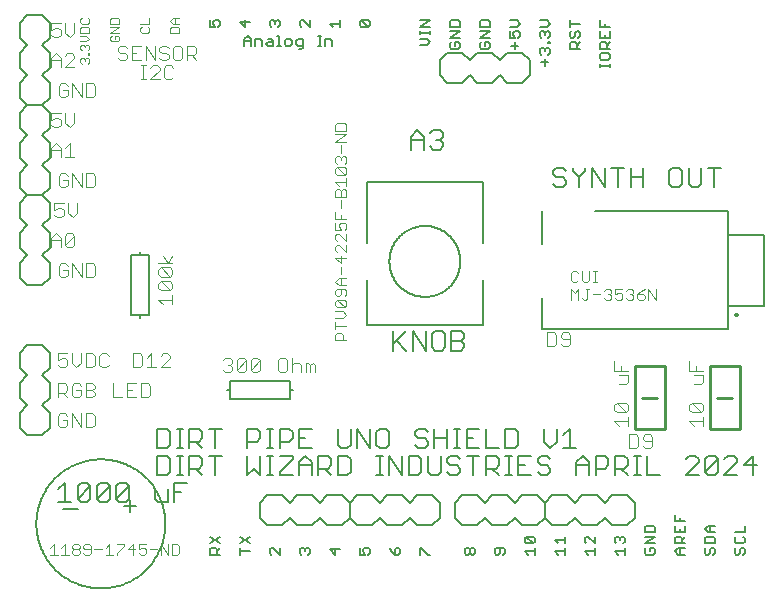
<source format=gto>
G75*
%MOIN*%
%OFA0B0*%
%FSLAX25Y25*%
%IPPOS*%
%LPD*%
%AMOC8*
5,1,8,0,0,1.08239X$1,22.5*
%
%ADD10C,0.00400*%
%ADD11C,0.00300*%
%ADD12C,0.00600*%
%ADD13C,0.00800*%
%ADD14C,0.00500*%
%ADD15C,0.00787*%
%ADD16C,0.01000*%
D10*
X0047467Y0081700D02*
X0049002Y0081700D01*
X0049769Y0082467D01*
X0049769Y0084002D01*
X0048235Y0084002D01*
X0049769Y0085537D02*
X0049002Y0086304D01*
X0047467Y0086304D01*
X0046700Y0085537D01*
X0046700Y0082467D01*
X0047467Y0081700D01*
X0051304Y0081700D02*
X0051304Y0086304D01*
X0054373Y0081700D01*
X0054373Y0086304D01*
X0055908Y0086304D02*
X0058210Y0086304D01*
X0058977Y0085537D01*
X0058977Y0082467D01*
X0058210Y0081700D01*
X0055908Y0081700D01*
X0055908Y0086304D01*
X0055908Y0091700D02*
X0058210Y0091700D01*
X0058977Y0092467D01*
X0058977Y0093235D01*
X0058210Y0094002D01*
X0055908Y0094002D01*
X0054373Y0094002D02*
X0052839Y0094002D01*
X0054373Y0094002D02*
X0054373Y0092467D01*
X0053606Y0091700D01*
X0052071Y0091700D01*
X0051304Y0092467D01*
X0051304Y0095537D01*
X0052071Y0096304D01*
X0053606Y0096304D01*
X0054373Y0095537D01*
X0055908Y0096304D02*
X0058210Y0096304D01*
X0058977Y0095537D01*
X0058977Y0094769D01*
X0058210Y0094002D01*
X0055908Y0091700D02*
X0055908Y0096304D01*
X0049769Y0095537D02*
X0049769Y0094002D01*
X0049002Y0093235D01*
X0046700Y0093235D01*
X0048235Y0093235D02*
X0049769Y0091700D01*
X0046700Y0091700D02*
X0046700Y0096304D01*
X0049002Y0096304D01*
X0049769Y0095537D01*
X0049002Y0101700D02*
X0047467Y0101700D01*
X0046700Y0102467D01*
X0046700Y0104002D02*
X0048235Y0104769D01*
X0049002Y0104769D01*
X0049769Y0104002D01*
X0049769Y0102467D01*
X0049002Y0101700D01*
X0051304Y0103235D02*
X0052839Y0101700D01*
X0054373Y0103235D01*
X0054373Y0106304D01*
X0055908Y0106304D02*
X0058210Y0106304D01*
X0058977Y0105537D01*
X0058977Y0102467D01*
X0058210Y0101700D01*
X0055908Y0101700D01*
X0055908Y0106304D01*
X0051304Y0106304D02*
X0051304Y0103235D01*
X0049769Y0106304D02*
X0046700Y0106304D01*
X0046700Y0104002D01*
X0060512Y0102467D02*
X0061279Y0101700D01*
X0062814Y0101700D01*
X0063581Y0102467D01*
X0060512Y0102467D02*
X0060512Y0105537D01*
X0061279Y0106304D01*
X0062814Y0106304D01*
X0063581Y0105537D01*
X0071700Y0106304D02*
X0071700Y0101700D01*
X0074002Y0101700D01*
X0074769Y0102467D01*
X0074769Y0105537D01*
X0074002Y0106304D01*
X0071700Y0106304D01*
X0076304Y0104769D02*
X0077839Y0106304D01*
X0077839Y0101700D01*
X0079373Y0101700D02*
X0076304Y0101700D01*
X0080908Y0101700D02*
X0083977Y0104769D01*
X0083977Y0105537D01*
X0083210Y0106304D01*
X0081675Y0106304D01*
X0080908Y0105537D01*
X0080908Y0101700D02*
X0083977Y0101700D01*
X0077393Y0095537D02*
X0076626Y0096304D01*
X0074324Y0096304D01*
X0074324Y0091700D01*
X0076626Y0091700D01*
X0077393Y0092467D01*
X0077393Y0095537D01*
X0072789Y0096304D02*
X0069720Y0096304D01*
X0069720Y0091700D01*
X0072789Y0091700D01*
X0071254Y0094002D02*
X0069720Y0094002D01*
X0068185Y0091700D02*
X0065116Y0091700D01*
X0065116Y0096304D01*
X0101700Y0100967D02*
X0102467Y0100200D01*
X0104002Y0100200D01*
X0104769Y0100967D01*
X0104769Y0101735D01*
X0104002Y0102502D01*
X0103235Y0102502D01*
X0104002Y0102502D02*
X0104769Y0103269D01*
X0104769Y0104037D01*
X0104002Y0104804D01*
X0102467Y0104804D01*
X0101700Y0104037D01*
X0106304Y0104037D02*
X0106304Y0100967D01*
X0109373Y0104037D01*
X0109373Y0100967D01*
X0108606Y0100200D01*
X0107071Y0100200D01*
X0106304Y0100967D01*
X0106304Y0104037D02*
X0107071Y0104804D01*
X0108606Y0104804D01*
X0109373Y0104037D01*
X0110908Y0104037D02*
X0111675Y0104804D01*
X0113210Y0104804D01*
X0113977Y0104037D01*
X0110908Y0100967D01*
X0111675Y0100200D01*
X0113210Y0100200D01*
X0113977Y0100967D01*
X0113977Y0104037D01*
X0110908Y0104037D02*
X0110908Y0100967D01*
X0120116Y0100967D02*
X0120883Y0100200D01*
X0122418Y0100200D01*
X0123185Y0100967D01*
X0123185Y0104037D01*
X0122418Y0104804D01*
X0120883Y0104804D01*
X0120116Y0104037D01*
X0120116Y0100967D01*
X0124720Y0100200D02*
X0124720Y0104804D01*
X0125487Y0103269D02*
X0127022Y0103269D01*
X0127789Y0102502D01*
X0127789Y0100200D01*
X0129324Y0100200D02*
X0129324Y0103269D01*
X0130091Y0103269D01*
X0130858Y0102502D01*
X0131626Y0103269D01*
X0132393Y0102502D01*
X0132393Y0100200D01*
X0130858Y0100200D02*
X0130858Y0102502D01*
X0125487Y0103269D02*
X0124720Y0102502D01*
X0084800Y0122700D02*
X0084800Y0125769D01*
X0084800Y0124235D02*
X0080196Y0124235D01*
X0081731Y0122700D01*
X0080963Y0127304D02*
X0080196Y0128071D01*
X0080196Y0129606D01*
X0080963Y0130373D01*
X0084033Y0127304D01*
X0084800Y0128071D01*
X0084800Y0129606D01*
X0084033Y0130373D01*
X0080963Y0130373D01*
X0080963Y0131908D02*
X0080196Y0132675D01*
X0080196Y0134210D01*
X0080963Y0134977D01*
X0084033Y0131908D01*
X0084800Y0132675D01*
X0084800Y0134210D01*
X0084033Y0134977D01*
X0080963Y0134977D01*
X0080196Y0136512D02*
X0084800Y0136512D01*
X0083265Y0136512D02*
X0081731Y0138814D01*
X0083265Y0136512D02*
X0084800Y0138814D01*
X0084033Y0131908D02*
X0080963Y0131908D01*
X0080963Y0127304D02*
X0084033Y0127304D01*
X0059165Y0132467D02*
X0059165Y0135537D01*
X0058398Y0136304D01*
X0056096Y0136304D01*
X0056096Y0131700D01*
X0058398Y0131700D01*
X0059165Y0132467D01*
X0054561Y0131700D02*
X0054561Y0136304D01*
X0051492Y0136304D02*
X0051492Y0131700D01*
X0049957Y0132467D02*
X0049957Y0134002D01*
X0048423Y0134002D01*
X0049957Y0135537D02*
X0049190Y0136304D01*
X0047656Y0136304D01*
X0046888Y0135537D01*
X0046888Y0132467D01*
X0047656Y0131700D01*
X0049190Y0131700D01*
X0049957Y0132467D01*
X0051492Y0136304D02*
X0054561Y0131700D01*
X0051398Y0141700D02*
X0049863Y0141700D01*
X0049096Y0142467D01*
X0052165Y0145537D01*
X0052165Y0142467D01*
X0051398Y0141700D01*
X0049096Y0142467D02*
X0049096Y0145537D01*
X0049863Y0146304D01*
X0051398Y0146304D01*
X0052165Y0145537D01*
X0047561Y0144769D02*
X0047561Y0141700D01*
X0047561Y0144002D02*
X0044492Y0144002D01*
X0044492Y0144769D02*
X0046027Y0146304D01*
X0047561Y0144769D01*
X0044492Y0144769D02*
X0044492Y0141700D01*
X0046259Y0151700D02*
X0045492Y0152467D01*
X0046259Y0151700D02*
X0047794Y0151700D01*
X0048561Y0152467D01*
X0048561Y0154002D01*
X0047794Y0154769D01*
X0047027Y0154769D01*
X0045492Y0154002D01*
X0045492Y0156304D01*
X0048561Y0156304D01*
X0050096Y0156304D02*
X0050096Y0153235D01*
X0051631Y0151700D01*
X0053165Y0153235D01*
X0053165Y0156304D01*
X0054561Y0161700D02*
X0054561Y0166304D01*
X0056096Y0166304D02*
X0058398Y0166304D01*
X0059165Y0165537D01*
X0059165Y0162467D01*
X0058398Y0161700D01*
X0056096Y0161700D01*
X0056096Y0166304D01*
X0051492Y0166304D02*
X0054561Y0161700D01*
X0051492Y0161700D02*
X0051492Y0166304D01*
X0049957Y0165537D02*
X0049190Y0166304D01*
X0047656Y0166304D01*
X0046888Y0165537D01*
X0046888Y0162467D01*
X0047656Y0161700D01*
X0049190Y0161700D01*
X0049957Y0162467D01*
X0049957Y0164002D01*
X0048423Y0164002D01*
X0049096Y0171700D02*
X0052165Y0171700D01*
X0050631Y0171700D02*
X0050631Y0176304D01*
X0049096Y0174769D01*
X0047561Y0174769D02*
X0047561Y0171700D01*
X0047561Y0174002D02*
X0044492Y0174002D01*
X0044492Y0174769D02*
X0046027Y0176304D01*
X0047561Y0174769D01*
X0044492Y0174769D02*
X0044492Y0171700D01*
X0045259Y0181700D02*
X0044492Y0182467D01*
X0045259Y0181700D02*
X0046794Y0181700D01*
X0047561Y0182467D01*
X0047561Y0184002D01*
X0046794Y0184769D01*
X0046027Y0184769D01*
X0044492Y0184002D01*
X0044492Y0186304D01*
X0047561Y0186304D01*
X0049096Y0186304D02*
X0049096Y0183235D01*
X0050631Y0181700D01*
X0052165Y0183235D01*
X0052165Y0186304D01*
X0051492Y0191700D02*
X0051492Y0196304D01*
X0054561Y0191700D01*
X0054561Y0196304D01*
X0056096Y0196304D02*
X0058398Y0196304D01*
X0059165Y0195537D01*
X0059165Y0192467D01*
X0058398Y0191700D01*
X0056096Y0191700D01*
X0056096Y0196304D01*
X0049957Y0195537D02*
X0049190Y0196304D01*
X0047656Y0196304D01*
X0046888Y0195537D01*
X0046888Y0192467D01*
X0047656Y0191700D01*
X0049190Y0191700D01*
X0049957Y0192467D01*
X0049957Y0194002D01*
X0048423Y0194002D01*
X0049096Y0201700D02*
X0052165Y0204769D01*
X0052165Y0205537D01*
X0051398Y0206304D01*
X0049863Y0206304D01*
X0049096Y0205537D01*
X0047561Y0204769D02*
X0047561Y0201700D01*
X0049096Y0201700D02*
X0052165Y0201700D01*
X0047561Y0204002D02*
X0044492Y0204002D01*
X0044492Y0204769D02*
X0046027Y0206304D01*
X0047561Y0204769D01*
X0044492Y0204769D02*
X0044492Y0201700D01*
X0045259Y0211700D02*
X0044492Y0212467D01*
X0045259Y0211700D02*
X0046794Y0211700D01*
X0047561Y0212467D01*
X0047561Y0214002D01*
X0046794Y0214769D01*
X0046027Y0214769D01*
X0044492Y0214002D01*
X0044492Y0216304D01*
X0047561Y0216304D01*
X0049096Y0216304D02*
X0049096Y0213235D01*
X0050631Y0211700D01*
X0052165Y0213235D01*
X0052165Y0216304D01*
X0066700Y0208037D02*
X0066700Y0207269D01*
X0067467Y0206502D01*
X0069002Y0206502D01*
X0069769Y0205735D01*
X0069769Y0204967D01*
X0069002Y0204200D01*
X0067467Y0204200D01*
X0066700Y0204967D01*
X0066700Y0208037D02*
X0067467Y0208804D01*
X0069002Y0208804D01*
X0069769Y0208037D01*
X0071304Y0208804D02*
X0071304Y0204200D01*
X0074373Y0204200D01*
X0075908Y0204200D02*
X0075908Y0208804D01*
X0078977Y0204200D01*
X0078977Y0208804D01*
X0080512Y0208037D02*
X0080512Y0207269D01*
X0081279Y0206502D01*
X0082814Y0206502D01*
X0083581Y0205735D01*
X0083581Y0204967D01*
X0082814Y0204200D01*
X0081279Y0204200D01*
X0080512Y0204967D01*
X0079794Y0202304D02*
X0078259Y0202304D01*
X0077492Y0201537D01*
X0075957Y0202304D02*
X0074423Y0202304D01*
X0075190Y0202304D02*
X0075190Y0197700D01*
X0074423Y0197700D02*
X0075957Y0197700D01*
X0077492Y0197700D02*
X0080561Y0200769D01*
X0080561Y0201537D01*
X0079794Y0202304D01*
X0082096Y0201537D02*
X0082096Y0198467D01*
X0082863Y0197700D01*
X0084398Y0197700D01*
X0085165Y0198467D01*
X0085165Y0201537D02*
X0084398Y0202304D01*
X0082863Y0202304D01*
X0082096Y0201537D01*
X0085116Y0204967D02*
X0085883Y0204200D01*
X0087418Y0204200D01*
X0088185Y0204967D01*
X0088185Y0208037D01*
X0087418Y0208804D01*
X0085883Y0208804D01*
X0085116Y0208037D01*
X0085116Y0204967D01*
X0083581Y0208037D02*
X0082814Y0208804D01*
X0081279Y0208804D01*
X0080512Y0208037D01*
X0074373Y0208804D02*
X0071304Y0208804D01*
X0071304Y0206502D02*
X0072839Y0206502D01*
X0077492Y0197700D02*
X0080561Y0197700D01*
X0089720Y0204200D02*
X0089720Y0208804D01*
X0092022Y0208804D01*
X0092789Y0208037D01*
X0092789Y0206502D01*
X0092022Y0205735D01*
X0089720Y0205735D01*
X0091254Y0205735D02*
X0092789Y0204200D01*
X0209700Y0113304D02*
X0212002Y0113304D01*
X0212769Y0112537D01*
X0212769Y0109467D01*
X0212002Y0108700D01*
X0209700Y0108700D01*
X0209700Y0113304D01*
X0214304Y0112537D02*
X0214304Y0111769D01*
X0215071Y0111002D01*
X0217373Y0111002D01*
X0217373Y0109467D02*
X0217373Y0112537D01*
X0216606Y0113304D01*
X0215071Y0113304D01*
X0214304Y0112537D01*
X0214304Y0109467D02*
X0215071Y0108700D01*
X0216606Y0108700D01*
X0217373Y0109467D01*
X0232196Y0103685D02*
X0232196Y0100616D01*
X0236800Y0100616D01*
X0236800Y0099081D02*
X0233731Y0099081D01*
X0234498Y0100616D02*
X0234498Y0102150D01*
X0236800Y0099081D02*
X0236800Y0096779D01*
X0236033Y0096012D01*
X0233731Y0096012D01*
X0232963Y0089873D02*
X0236033Y0086804D01*
X0236800Y0087571D01*
X0236800Y0089106D01*
X0236033Y0089873D01*
X0232963Y0089873D01*
X0232196Y0089106D01*
X0232196Y0087571D01*
X0232963Y0086804D01*
X0236033Y0086804D01*
X0236800Y0085269D02*
X0236800Y0082200D01*
X0236800Y0083735D02*
X0232196Y0083735D01*
X0233731Y0082200D01*
X0236992Y0079304D02*
X0239294Y0079304D01*
X0240061Y0078537D01*
X0240061Y0075467D01*
X0239294Y0074700D01*
X0236992Y0074700D01*
X0236992Y0079304D01*
X0241596Y0078537D02*
X0241596Y0077769D01*
X0242363Y0077002D01*
X0244665Y0077002D01*
X0244665Y0078537D02*
X0243898Y0079304D01*
X0242363Y0079304D01*
X0241596Y0078537D01*
X0244665Y0078537D02*
X0244665Y0075467D01*
X0243898Y0074700D01*
X0242363Y0074700D01*
X0241596Y0075467D01*
X0257196Y0083735D02*
X0261800Y0083735D01*
X0261800Y0085269D02*
X0261800Y0082200D01*
X0258731Y0082200D02*
X0257196Y0083735D01*
X0257963Y0086804D02*
X0257196Y0087571D01*
X0257196Y0089106D01*
X0257963Y0089873D01*
X0261033Y0086804D01*
X0261800Y0087571D01*
X0261800Y0089106D01*
X0261033Y0089873D01*
X0257963Y0089873D01*
X0257963Y0086804D02*
X0261033Y0086804D01*
X0261033Y0096012D02*
X0258731Y0096012D01*
X0261033Y0096012D02*
X0261800Y0096779D01*
X0261800Y0099081D01*
X0258731Y0099081D01*
X0259498Y0100616D02*
X0259498Y0102150D01*
X0257196Y0100616D02*
X0257196Y0103685D01*
X0257196Y0100616D02*
X0261800Y0100616D01*
D11*
X0046619Y0039150D02*
X0044150Y0039150D01*
X0045384Y0039150D02*
X0045384Y0042853D01*
X0044150Y0041619D01*
X0047833Y0041619D02*
X0049068Y0042853D01*
X0049068Y0039150D01*
X0050302Y0039150D02*
X0047833Y0039150D01*
X0051516Y0039767D02*
X0051516Y0040384D01*
X0052133Y0041002D01*
X0053368Y0041002D01*
X0053985Y0040384D01*
X0053985Y0039767D01*
X0053368Y0039150D01*
X0052133Y0039150D01*
X0051516Y0039767D01*
X0052133Y0041002D02*
X0051516Y0041619D01*
X0051516Y0042236D01*
X0052133Y0042853D01*
X0053368Y0042853D01*
X0053985Y0042236D01*
X0053985Y0041619D01*
X0053368Y0041002D01*
X0055199Y0041619D02*
X0055817Y0041002D01*
X0057668Y0041002D01*
X0058883Y0041002D02*
X0061351Y0041002D01*
X0062566Y0041619D02*
X0063800Y0042853D01*
X0063800Y0039150D01*
X0062566Y0039150D02*
X0065034Y0039150D01*
X0066249Y0039150D02*
X0066249Y0039767D01*
X0068718Y0042236D01*
X0068718Y0042853D01*
X0066249Y0042853D01*
X0069932Y0041002D02*
X0072401Y0041002D01*
X0073615Y0041002D02*
X0074850Y0041619D01*
X0075467Y0041619D01*
X0076084Y0041002D01*
X0076084Y0039767D01*
X0075467Y0039150D01*
X0074232Y0039150D01*
X0073615Y0039767D01*
X0073615Y0041002D02*
X0073615Y0042853D01*
X0076084Y0042853D01*
X0077298Y0041002D02*
X0079767Y0041002D01*
X0080981Y0042853D02*
X0080981Y0039150D01*
X0083450Y0039150D02*
X0083450Y0042853D01*
X0084665Y0042853D02*
X0086516Y0042853D01*
X0087133Y0042236D01*
X0087133Y0039767D01*
X0086516Y0039150D01*
X0084665Y0039150D01*
X0084665Y0042853D01*
X0080981Y0042853D02*
X0083450Y0039150D01*
X0071784Y0039150D02*
X0071784Y0042853D01*
X0069932Y0041002D01*
X0057668Y0042236D02*
X0057668Y0039767D01*
X0057051Y0039150D01*
X0055817Y0039150D01*
X0055199Y0039767D01*
X0055199Y0041619D02*
X0055199Y0042236D01*
X0055817Y0042853D01*
X0057051Y0042853D01*
X0057668Y0042236D01*
X0139147Y0110650D02*
X0139147Y0112502D01*
X0139764Y0113119D01*
X0140998Y0113119D01*
X0141616Y0112502D01*
X0141616Y0110650D01*
X0142850Y0110650D02*
X0139147Y0110650D01*
X0139147Y0114333D02*
X0139147Y0116802D01*
X0139147Y0118016D02*
X0141616Y0118016D01*
X0142850Y0119251D01*
X0141616Y0120485D01*
X0139147Y0120485D01*
X0139764Y0121699D02*
X0139147Y0122317D01*
X0139147Y0123551D01*
X0139764Y0124168D01*
X0142233Y0121699D01*
X0142850Y0122317D01*
X0142850Y0123551D01*
X0142233Y0124168D01*
X0139764Y0124168D01*
X0139764Y0125383D02*
X0140381Y0125383D01*
X0140998Y0126000D01*
X0140998Y0127851D01*
X0140998Y0129066D02*
X0140998Y0131534D01*
X0140381Y0131534D02*
X0142850Y0131534D01*
X0140998Y0132749D02*
X0140998Y0135218D01*
X0140998Y0136432D02*
X0139147Y0138284D01*
X0142850Y0138284D01*
X0142850Y0140115D02*
X0140381Y0142584D01*
X0139764Y0142584D01*
X0139147Y0141967D01*
X0139147Y0140732D01*
X0139764Y0140115D01*
X0140998Y0138901D02*
X0140998Y0136432D01*
X0142850Y0140115D02*
X0142850Y0142584D01*
X0142850Y0143798D02*
X0140381Y0146267D01*
X0139764Y0146267D01*
X0139147Y0145650D01*
X0139147Y0144415D01*
X0139764Y0143798D01*
X0142850Y0143798D02*
X0142850Y0146267D01*
X0142233Y0147481D02*
X0142850Y0148099D01*
X0142850Y0149333D01*
X0142233Y0149950D01*
X0140998Y0149950D01*
X0140381Y0149333D01*
X0140381Y0148716D01*
X0140998Y0147481D01*
X0139147Y0147481D01*
X0139147Y0149950D01*
X0139147Y0151165D02*
X0139147Y0153633D01*
X0140998Y0154848D02*
X0140998Y0157317D01*
X0140998Y0158531D02*
X0140998Y0160382D01*
X0141616Y0161000D01*
X0142233Y0161000D01*
X0142850Y0160382D01*
X0142850Y0158531D01*
X0139147Y0158531D01*
X0139147Y0160382D01*
X0139764Y0161000D01*
X0140381Y0161000D01*
X0140998Y0160382D01*
X0140381Y0162214D02*
X0139147Y0163448D01*
X0142850Y0163448D01*
X0142850Y0162214D02*
X0142850Y0164683D01*
X0142233Y0165897D02*
X0139764Y0168366D01*
X0142233Y0168366D01*
X0142850Y0167749D01*
X0142850Y0166514D01*
X0142233Y0165897D01*
X0139764Y0165897D01*
X0139147Y0166514D01*
X0139147Y0167749D01*
X0139764Y0168366D01*
X0139764Y0169580D02*
X0139147Y0170198D01*
X0139147Y0171432D01*
X0139764Y0172049D01*
X0140381Y0172049D01*
X0140998Y0171432D01*
X0141616Y0172049D01*
X0142233Y0172049D01*
X0142850Y0171432D01*
X0142850Y0170198D01*
X0142233Y0169580D01*
X0140998Y0170815D02*
X0140998Y0171432D01*
X0140998Y0173263D02*
X0140998Y0175732D01*
X0139147Y0176947D02*
X0142850Y0179415D01*
X0139147Y0179415D01*
X0139147Y0180630D02*
X0139147Y0182481D01*
X0139764Y0183099D01*
X0142233Y0183099D01*
X0142850Y0182481D01*
X0142850Y0180630D01*
X0139147Y0180630D01*
X0139147Y0176947D02*
X0142850Y0176947D01*
X0140998Y0152399D02*
X0140998Y0151165D01*
X0139147Y0151165D02*
X0142850Y0151165D01*
X0140381Y0131534D02*
X0139147Y0130300D01*
X0140381Y0129066D01*
X0142850Y0129066D01*
X0142233Y0127851D02*
X0139764Y0127851D01*
X0139147Y0127234D01*
X0139147Y0126000D01*
X0139764Y0125383D01*
X0142233Y0125383D02*
X0142850Y0126000D01*
X0142850Y0127234D01*
X0142233Y0127851D01*
X0142233Y0121699D02*
X0139764Y0121699D01*
X0139147Y0115568D02*
X0142850Y0115568D01*
X0217650Y0124150D02*
X0217650Y0127853D01*
X0218884Y0126619D01*
X0220119Y0127853D01*
X0220119Y0124150D01*
X0221333Y0124767D02*
X0221950Y0124150D01*
X0222568Y0124150D01*
X0223185Y0124767D01*
X0223185Y0127853D01*
X0222568Y0127853D02*
X0223802Y0127853D01*
X0225016Y0126002D02*
X0227485Y0126002D01*
X0228699Y0127236D02*
X0229317Y0127853D01*
X0230551Y0127853D01*
X0231168Y0127236D01*
X0231168Y0126619D01*
X0230551Y0126002D01*
X0231168Y0125384D01*
X0231168Y0124767D01*
X0230551Y0124150D01*
X0229317Y0124150D01*
X0228699Y0124767D01*
X0229934Y0126002D02*
X0230551Y0126002D01*
X0232383Y0126002D02*
X0233617Y0126619D01*
X0234234Y0126619D01*
X0234851Y0126002D01*
X0234851Y0124767D01*
X0234234Y0124150D01*
X0233000Y0124150D01*
X0232383Y0124767D01*
X0232383Y0126002D02*
X0232383Y0127853D01*
X0234851Y0127853D01*
X0236066Y0127236D02*
X0236683Y0127853D01*
X0237917Y0127853D01*
X0238534Y0127236D01*
X0238534Y0126619D01*
X0237917Y0126002D01*
X0238534Y0125384D01*
X0238534Y0124767D01*
X0237917Y0124150D01*
X0236683Y0124150D01*
X0236066Y0124767D01*
X0237300Y0126002D02*
X0237917Y0126002D01*
X0239749Y0126002D02*
X0241600Y0126002D01*
X0242218Y0125384D01*
X0242218Y0124767D01*
X0241600Y0124150D01*
X0240366Y0124150D01*
X0239749Y0124767D01*
X0239749Y0126002D01*
X0240983Y0127236D01*
X0242218Y0127853D01*
X0243432Y0127853D02*
X0245901Y0124150D01*
X0245901Y0127853D01*
X0243432Y0127853D02*
X0243432Y0124150D01*
X0226251Y0130150D02*
X0225016Y0130150D01*
X0225633Y0130150D02*
X0225633Y0133853D01*
X0225016Y0133853D02*
X0226251Y0133853D01*
X0223802Y0133853D02*
X0223802Y0130767D01*
X0223185Y0130150D01*
X0221950Y0130150D01*
X0221333Y0130767D01*
X0221333Y0133853D01*
X0220119Y0133236D02*
X0219502Y0133853D01*
X0218267Y0133853D01*
X0217650Y0133236D01*
X0217650Y0130767D01*
X0218267Y0130150D01*
X0219502Y0130150D01*
X0220119Y0130767D01*
X0087050Y0213257D02*
X0087050Y0214708D01*
X0086566Y0215192D01*
X0084631Y0215192D01*
X0084148Y0214708D01*
X0084148Y0213257D01*
X0087050Y0213257D01*
X0087050Y0216203D02*
X0085115Y0216203D01*
X0084148Y0217171D01*
X0085115Y0218138D01*
X0087050Y0218138D01*
X0085599Y0218138D02*
X0085599Y0216203D01*
X0077050Y0216203D02*
X0077050Y0218138D01*
X0077050Y0216203D02*
X0074148Y0216203D01*
X0074631Y0215192D02*
X0074148Y0214708D01*
X0074148Y0213741D01*
X0074631Y0213257D01*
X0076566Y0213257D01*
X0077050Y0213741D01*
X0077050Y0214708D01*
X0076566Y0215192D01*
X0067050Y0215192D02*
X0064148Y0213257D01*
X0067050Y0213257D01*
X0066566Y0212245D02*
X0065599Y0212245D01*
X0065599Y0211278D01*
X0066566Y0212245D02*
X0067050Y0211762D01*
X0067050Y0210794D01*
X0066566Y0210310D01*
X0064631Y0210310D01*
X0064148Y0210794D01*
X0064148Y0211762D01*
X0064631Y0212245D01*
X0064148Y0215192D02*
X0067050Y0215192D01*
X0067050Y0216203D02*
X0067050Y0217655D01*
X0066566Y0218138D01*
X0064631Y0218138D01*
X0064148Y0217655D01*
X0064148Y0216203D01*
X0067050Y0216203D01*
X0057050Y0216687D02*
X0057050Y0217655D01*
X0056566Y0218138D01*
X0057050Y0216687D02*
X0056566Y0216203D01*
X0054631Y0216203D01*
X0054148Y0216687D01*
X0054148Y0217655D01*
X0054631Y0218138D01*
X0054631Y0215192D02*
X0054148Y0214708D01*
X0054148Y0213257D01*
X0057050Y0213257D01*
X0057050Y0214708D01*
X0056566Y0215192D01*
X0054631Y0215192D01*
X0054148Y0212245D02*
X0056083Y0212245D01*
X0057050Y0211278D01*
X0056083Y0210310D01*
X0054148Y0210310D01*
X0054631Y0209299D02*
X0055115Y0209299D01*
X0055599Y0208815D01*
X0056083Y0209299D01*
X0056566Y0209299D01*
X0057050Y0208815D01*
X0057050Y0207848D01*
X0056566Y0207364D01*
X0056566Y0206374D02*
X0057050Y0206374D01*
X0057050Y0205891D01*
X0056566Y0205891D01*
X0056566Y0206374D01*
X0056566Y0204879D02*
X0056083Y0204879D01*
X0055599Y0204395D01*
X0055599Y0203912D01*
X0055599Y0204395D02*
X0055115Y0204879D01*
X0054631Y0204879D01*
X0054148Y0204395D01*
X0054148Y0203428D01*
X0054631Y0202944D01*
X0056566Y0202944D02*
X0057050Y0203428D01*
X0057050Y0204395D01*
X0056566Y0204879D01*
X0054631Y0207364D02*
X0054148Y0207848D01*
X0054148Y0208815D01*
X0054631Y0209299D01*
X0055599Y0208815D02*
X0055599Y0208331D01*
D12*
X0097297Y0215167D02*
X0098999Y0215167D01*
X0098431Y0216301D01*
X0098431Y0216868D01*
X0098999Y0217435D01*
X0100133Y0217435D01*
X0100700Y0216868D01*
X0100700Y0215734D01*
X0100133Y0215167D01*
X0097297Y0215167D02*
X0097297Y0217435D01*
X0107297Y0216868D02*
X0108999Y0215167D01*
X0108999Y0217435D01*
X0110700Y0216868D02*
X0107297Y0216868D01*
X0109934Y0212253D02*
X0108800Y0211119D01*
X0108800Y0208850D01*
X0108800Y0210551D02*
X0111069Y0210551D01*
X0111069Y0211119D02*
X0111069Y0208850D01*
X0112483Y0208850D02*
X0112483Y0211119D01*
X0114185Y0211119D01*
X0114752Y0210551D01*
X0114752Y0208850D01*
X0116166Y0209417D02*
X0116733Y0209984D01*
X0118435Y0209984D01*
X0118435Y0210551D02*
X0118435Y0208850D01*
X0116733Y0208850D01*
X0116166Y0209417D01*
X0116733Y0211119D02*
X0117868Y0211119D01*
X0118435Y0210551D01*
X0119849Y0208850D02*
X0120984Y0208850D01*
X0120417Y0208850D02*
X0120417Y0212253D01*
X0119849Y0212253D01*
X0120133Y0215167D02*
X0120700Y0215734D01*
X0120700Y0216868D01*
X0120133Y0217435D01*
X0119566Y0217435D01*
X0118999Y0216868D01*
X0118999Y0216301D01*
X0118999Y0216868D02*
X0118431Y0217435D01*
X0117864Y0217435D01*
X0117297Y0216868D01*
X0117297Y0215734D01*
X0117864Y0215167D01*
X0122305Y0210551D02*
X0122872Y0211119D01*
X0124006Y0211119D01*
X0124573Y0210551D01*
X0124573Y0209417D01*
X0124006Y0208850D01*
X0122872Y0208850D01*
X0122305Y0209417D01*
X0122305Y0210551D01*
X0125988Y0210551D02*
X0126555Y0211119D01*
X0128257Y0211119D01*
X0128257Y0208283D01*
X0127689Y0207716D01*
X0127122Y0207716D01*
X0126555Y0208850D02*
X0128257Y0208850D01*
X0126555Y0208850D02*
X0125988Y0209417D01*
X0125988Y0210551D01*
X0127864Y0215167D02*
X0127297Y0215734D01*
X0127297Y0216868D01*
X0127864Y0217435D01*
X0128431Y0217435D01*
X0130700Y0215167D01*
X0130700Y0217435D01*
X0133354Y0212253D02*
X0134489Y0212253D01*
X0133921Y0212253D02*
X0133921Y0208850D01*
X0133354Y0208850D02*
X0134489Y0208850D01*
X0135810Y0208850D02*
X0135810Y0211119D01*
X0137511Y0211119D01*
X0138078Y0210551D01*
X0138078Y0208850D01*
X0138431Y0215167D02*
X0137297Y0216301D01*
X0140700Y0216301D01*
X0140700Y0215167D02*
X0140700Y0217435D01*
X0147297Y0216868D02*
X0147297Y0215734D01*
X0147864Y0215167D01*
X0150133Y0215167D01*
X0147864Y0217435D01*
X0150133Y0217435D01*
X0150700Y0216868D01*
X0150700Y0215734D01*
X0150133Y0215167D01*
X0147864Y0217435D02*
X0147297Y0216868D01*
X0167297Y0217435D02*
X0170700Y0217435D01*
X0167297Y0215167D01*
X0170700Y0215167D01*
X0170700Y0213846D02*
X0170700Y0212711D01*
X0170700Y0213279D02*
X0167297Y0213279D01*
X0167297Y0213846D02*
X0167297Y0212711D01*
X0167297Y0211297D02*
X0169566Y0211297D01*
X0170700Y0210163D01*
X0169566Y0209028D01*
X0167297Y0209028D01*
X0177297Y0209502D02*
X0177297Y0208368D01*
X0177864Y0207801D01*
X0180133Y0207801D01*
X0180700Y0208368D01*
X0180700Y0209502D01*
X0180133Y0210069D01*
X0178999Y0210069D01*
X0178999Y0208935D01*
X0177864Y0210069D02*
X0177297Y0209502D01*
X0177297Y0211484D02*
X0180700Y0213752D01*
X0177297Y0213752D01*
X0177297Y0215167D02*
X0177297Y0216868D01*
X0177864Y0217435D01*
X0180133Y0217435D01*
X0180700Y0216868D01*
X0180700Y0215167D01*
X0177297Y0215167D01*
X0177297Y0211484D02*
X0180700Y0211484D01*
X0187297Y0211484D02*
X0190700Y0213752D01*
X0187297Y0213752D01*
X0187297Y0215167D02*
X0187297Y0216868D01*
X0187864Y0217435D01*
X0190133Y0217435D01*
X0190700Y0216868D01*
X0190700Y0215167D01*
X0187297Y0215167D01*
X0187297Y0211484D02*
X0190700Y0211484D01*
X0190133Y0210069D02*
X0188999Y0210069D01*
X0188999Y0208935D01*
X0190133Y0210069D02*
X0190700Y0209502D01*
X0190700Y0208368D01*
X0190133Y0207801D01*
X0187864Y0207801D01*
X0187297Y0208368D01*
X0187297Y0209502D01*
X0187864Y0210069D01*
X0197297Y0211484D02*
X0198999Y0211484D01*
X0198431Y0212618D01*
X0198431Y0213185D01*
X0198999Y0213752D01*
X0200133Y0213752D01*
X0200700Y0213185D01*
X0200700Y0212051D01*
X0200133Y0211484D01*
X0198999Y0210069D02*
X0198999Y0207801D01*
X0200133Y0208935D02*
X0197864Y0208935D01*
X0197297Y0211484D02*
X0197297Y0213752D01*
X0197297Y0215167D02*
X0199566Y0215167D01*
X0200700Y0216301D01*
X0199566Y0217435D01*
X0197297Y0217435D01*
X0207297Y0217435D02*
X0209566Y0217435D01*
X0210700Y0216301D01*
X0209566Y0215167D01*
X0207297Y0215167D01*
X0207864Y0213752D02*
X0208431Y0213752D01*
X0208999Y0213185D01*
X0209566Y0213752D01*
X0210133Y0213752D01*
X0210700Y0213185D01*
X0210700Y0212051D01*
X0210133Y0211484D01*
X0210133Y0210209D02*
X0210700Y0210209D01*
X0210700Y0209642D01*
X0210133Y0209642D01*
X0210133Y0210209D01*
X0210133Y0208228D02*
X0210700Y0207660D01*
X0210700Y0206526D01*
X0210133Y0205959D01*
X0208999Y0207093D02*
X0208999Y0207660D01*
X0209566Y0208228D01*
X0210133Y0208228D01*
X0208999Y0207660D02*
X0208431Y0208228D01*
X0207864Y0208228D01*
X0207297Y0207660D01*
X0207297Y0206526D01*
X0207864Y0205959D01*
X0208999Y0204544D02*
X0208999Y0202276D01*
X0210133Y0203410D02*
X0207864Y0203410D01*
X0217297Y0207801D02*
X0217297Y0209502D01*
X0217864Y0210069D01*
X0218999Y0210069D01*
X0219566Y0209502D01*
X0219566Y0207801D01*
X0219566Y0208935D02*
X0220700Y0210069D01*
X0220133Y0211484D02*
X0220700Y0212051D01*
X0220700Y0213185D01*
X0220133Y0213752D01*
X0219566Y0213752D01*
X0218999Y0213185D01*
X0218999Y0212051D01*
X0218431Y0211484D01*
X0217864Y0211484D01*
X0217297Y0212051D01*
X0217297Y0213185D01*
X0217864Y0213752D01*
X0217297Y0215167D02*
X0217297Y0217435D01*
X0217297Y0216301D02*
X0220700Y0216301D01*
X0227297Y0215167D02*
X0227297Y0217435D01*
X0228999Y0216301D02*
X0228999Y0215167D01*
X0230700Y0215167D02*
X0227297Y0215167D01*
X0227297Y0213752D02*
X0227297Y0211484D01*
X0230700Y0211484D01*
X0230700Y0213752D01*
X0228999Y0212618D02*
X0228999Y0211484D01*
X0228999Y0210069D02*
X0229566Y0209502D01*
X0229566Y0207801D01*
X0229566Y0208935D02*
X0230700Y0210069D01*
X0228999Y0210069D02*
X0227864Y0210069D01*
X0227297Y0209502D01*
X0227297Y0207801D01*
X0230700Y0207801D01*
X0230133Y0206386D02*
X0227864Y0206386D01*
X0227297Y0205819D01*
X0227297Y0204685D01*
X0227864Y0204117D01*
X0230133Y0204117D01*
X0230700Y0204685D01*
X0230700Y0205819D01*
X0230133Y0206386D01*
X0230700Y0202796D02*
X0230700Y0201662D01*
X0230700Y0202229D02*
X0227297Y0202229D01*
X0227297Y0201662D02*
X0227297Y0202796D01*
X0220700Y0207801D02*
X0217297Y0207801D01*
X0208999Y0212618D02*
X0208999Y0213185D01*
X0207864Y0213752D02*
X0207297Y0213185D01*
X0207297Y0212051D01*
X0207864Y0211484D01*
X0175016Y0179638D02*
X0175016Y0178570D01*
X0173948Y0177503D01*
X0175016Y0176435D01*
X0175016Y0175368D01*
X0173948Y0174300D01*
X0171813Y0174300D01*
X0170745Y0175368D01*
X0168570Y0174300D02*
X0168570Y0178570D01*
X0166435Y0180705D01*
X0164300Y0178570D01*
X0164300Y0174300D01*
X0164300Y0177503D02*
X0168570Y0177503D01*
X0170745Y0179638D02*
X0171813Y0180705D01*
X0173948Y0180705D01*
X0175016Y0179638D01*
X0173948Y0177503D02*
X0172881Y0177503D01*
X0211800Y0167138D02*
X0211800Y0166070D01*
X0212868Y0165003D01*
X0215003Y0165003D01*
X0216070Y0163935D01*
X0216070Y0162868D01*
X0215003Y0161800D01*
X0212868Y0161800D01*
X0211800Y0162868D01*
X0211800Y0167138D02*
X0212868Y0168205D01*
X0215003Y0168205D01*
X0216070Y0167138D01*
X0218245Y0167138D02*
X0220381Y0165003D01*
X0220381Y0161800D01*
X0220381Y0165003D02*
X0222516Y0167138D01*
X0222516Y0168205D01*
X0224691Y0168205D02*
X0228961Y0161800D01*
X0228961Y0168205D01*
X0231136Y0168205D02*
X0235407Y0168205D01*
X0233272Y0168205D02*
X0233272Y0161800D01*
X0237582Y0161800D02*
X0237582Y0168205D01*
X0237582Y0165003D02*
X0241852Y0165003D01*
X0241852Y0168205D02*
X0241852Y0161800D01*
X0250473Y0162868D02*
X0250473Y0167138D01*
X0251541Y0168205D01*
X0253676Y0168205D01*
X0254743Y0167138D01*
X0254743Y0162868D01*
X0253676Y0161800D01*
X0251541Y0161800D01*
X0250473Y0162868D01*
X0256918Y0162868D02*
X0256918Y0168205D01*
X0261189Y0168205D02*
X0261189Y0162868D01*
X0260121Y0161800D01*
X0257986Y0161800D01*
X0256918Y0162868D01*
X0263364Y0168205D02*
X0267634Y0168205D01*
X0265499Y0168205D02*
X0265499Y0161800D01*
X0224691Y0161800D02*
X0224691Y0168205D01*
X0218245Y0168205D02*
X0218245Y0167138D01*
X0181057Y0113705D02*
X0177854Y0113705D01*
X0177854Y0107300D01*
X0181057Y0107300D01*
X0182125Y0108368D01*
X0182125Y0109435D01*
X0181057Y0110503D01*
X0177854Y0110503D01*
X0175679Y0108368D02*
X0175679Y0112638D01*
X0174612Y0113705D01*
X0172477Y0113705D01*
X0171409Y0112638D01*
X0171409Y0108368D01*
X0172477Y0107300D01*
X0174612Y0107300D01*
X0175679Y0108368D01*
X0181057Y0110503D02*
X0182125Y0111570D01*
X0182125Y0112638D01*
X0181057Y0113705D01*
X0169234Y0113705D02*
X0169234Y0107300D01*
X0164963Y0113705D01*
X0164963Y0107300D01*
X0162788Y0107300D02*
X0159586Y0110503D01*
X0158518Y0109435D02*
X0162788Y0113705D01*
X0158518Y0113705D02*
X0158518Y0107300D01*
X0156052Y0081205D02*
X0153917Y0081205D01*
X0152849Y0080138D01*
X0152849Y0075868D01*
X0153917Y0074800D01*
X0156052Y0074800D01*
X0157119Y0075868D01*
X0157119Y0080138D01*
X0156052Y0081205D01*
X0150674Y0081205D02*
X0150674Y0074800D01*
X0146403Y0081205D01*
X0146403Y0074800D01*
X0144228Y0075868D02*
X0144228Y0081205D01*
X0139958Y0081205D02*
X0139958Y0075868D01*
X0141026Y0074800D01*
X0143161Y0074800D01*
X0144228Y0075868D01*
X0143161Y0072205D02*
X0139958Y0072205D01*
X0139958Y0065800D01*
X0143161Y0065800D01*
X0144228Y0066868D01*
X0144228Y0071138D01*
X0143161Y0072205D01*
X0137783Y0071138D02*
X0137783Y0069003D01*
X0136715Y0067935D01*
X0133512Y0067935D01*
X0133512Y0065800D02*
X0133512Y0072205D01*
X0136715Y0072205D01*
X0137783Y0071138D01*
X0135648Y0067935D02*
X0137783Y0065800D01*
X0131337Y0065800D02*
X0131337Y0070070D01*
X0129202Y0072205D01*
X0127067Y0070070D01*
X0127067Y0065800D01*
X0124892Y0065800D02*
X0120621Y0065800D01*
X0120621Y0066868D01*
X0124892Y0071138D01*
X0124892Y0072205D01*
X0120621Y0072205D01*
X0118460Y0072205D02*
X0116324Y0072205D01*
X0117392Y0072205D02*
X0117392Y0065800D01*
X0116324Y0065800D02*
X0118460Y0065800D01*
X0114149Y0065800D02*
X0114149Y0072205D01*
X0116324Y0074800D02*
X0118460Y0074800D01*
X0117392Y0074800D02*
X0117392Y0081205D01*
X0116324Y0081205D02*
X0118460Y0081205D01*
X0120621Y0081205D02*
X0123824Y0081205D01*
X0124892Y0080138D01*
X0124892Y0078003D01*
X0123824Y0076935D01*
X0120621Y0076935D01*
X0120621Y0074800D02*
X0120621Y0081205D01*
X0127067Y0081205D02*
X0127067Y0074800D01*
X0131337Y0074800D01*
X0129202Y0078003D02*
X0127067Y0078003D01*
X0127067Y0081205D02*
X0131337Y0081205D01*
X0114149Y0080138D02*
X0114149Y0078003D01*
X0113082Y0076935D01*
X0109879Y0076935D01*
X0109879Y0074800D02*
X0109879Y0081205D01*
X0113082Y0081205D01*
X0114149Y0080138D01*
X0109879Y0072205D02*
X0109879Y0065800D01*
X0112014Y0067935D01*
X0114149Y0065800D01*
X0127067Y0069003D02*
X0131337Y0069003D01*
X0152849Y0072205D02*
X0154984Y0072205D01*
X0153917Y0072205D02*
X0153917Y0065800D01*
X0154984Y0065800D02*
X0152849Y0065800D01*
X0157146Y0065800D02*
X0157146Y0072205D01*
X0161416Y0065800D01*
X0161416Y0072205D01*
X0163591Y0072205D02*
X0166794Y0072205D01*
X0167862Y0071138D01*
X0167862Y0066868D01*
X0166794Y0065800D01*
X0163591Y0065800D01*
X0163591Y0072205D01*
X0166808Y0074800D02*
X0165740Y0075868D01*
X0166808Y0074800D02*
X0168943Y0074800D01*
X0170010Y0075868D01*
X0170010Y0076935D01*
X0168943Y0078003D01*
X0166808Y0078003D01*
X0165740Y0079070D01*
X0165740Y0080138D01*
X0166808Y0081205D01*
X0168943Y0081205D01*
X0170010Y0080138D01*
X0172185Y0081205D02*
X0172185Y0074800D01*
X0172185Y0078003D02*
X0176456Y0078003D01*
X0176456Y0081205D02*
X0176456Y0074800D01*
X0178631Y0074800D02*
X0180766Y0074800D01*
X0179699Y0074800D02*
X0179699Y0081205D01*
X0180766Y0081205D02*
X0178631Y0081205D01*
X0182928Y0081205D02*
X0182928Y0074800D01*
X0187198Y0074800D01*
X0189373Y0074800D02*
X0193644Y0074800D01*
X0195819Y0074800D02*
X0199022Y0074800D01*
X0200089Y0075868D01*
X0200089Y0080138D01*
X0199022Y0081205D01*
X0195819Y0081205D01*
X0195819Y0074800D01*
X0195819Y0072205D02*
X0197954Y0072205D01*
X0196887Y0072205D02*
X0196887Y0065800D01*
X0197954Y0065800D02*
X0195819Y0065800D01*
X0193644Y0065800D02*
X0191509Y0067935D01*
X0192576Y0067935D02*
X0189373Y0067935D01*
X0189373Y0065800D02*
X0189373Y0072205D01*
X0192576Y0072205D01*
X0193644Y0071138D01*
X0193644Y0069003D01*
X0192576Y0067935D01*
X0187198Y0072205D02*
X0182928Y0072205D01*
X0185063Y0072205D02*
X0185063Y0065800D01*
X0180753Y0066868D02*
X0180753Y0067935D01*
X0179685Y0069003D01*
X0177550Y0069003D01*
X0176482Y0070070D01*
X0176482Y0071138D01*
X0177550Y0072205D01*
X0179685Y0072205D01*
X0180753Y0071138D01*
X0180753Y0066868D02*
X0179685Y0065800D01*
X0177550Y0065800D01*
X0176482Y0066868D01*
X0174307Y0066868D02*
X0174307Y0072205D01*
X0170037Y0072205D02*
X0170037Y0066868D01*
X0171105Y0065800D01*
X0173240Y0065800D01*
X0174307Y0066868D01*
X0189373Y0074800D02*
X0189373Y0081205D01*
X0187198Y0081205D02*
X0182928Y0081205D01*
X0182928Y0078003D02*
X0185063Y0078003D01*
X0200116Y0072205D02*
X0200116Y0065800D01*
X0204386Y0065800D01*
X0206561Y0066868D02*
X0207629Y0065800D01*
X0209764Y0065800D01*
X0210832Y0066868D01*
X0210832Y0067935D01*
X0209764Y0069003D01*
X0207629Y0069003D01*
X0206561Y0070070D01*
X0206561Y0071138D01*
X0207629Y0072205D01*
X0209764Y0072205D01*
X0210832Y0071138D01*
X0204386Y0072205D02*
X0200116Y0072205D01*
X0200116Y0069003D02*
X0202251Y0069003D01*
X0208710Y0076935D02*
X0210845Y0074800D01*
X0212980Y0076935D01*
X0212980Y0081205D01*
X0215155Y0079070D02*
X0217291Y0081205D01*
X0217291Y0074800D01*
X0219426Y0074800D02*
X0215155Y0074800D01*
X0219452Y0070070D02*
X0221588Y0072205D01*
X0223723Y0070070D01*
X0223723Y0065800D01*
X0225898Y0065800D02*
X0225898Y0072205D01*
X0229101Y0072205D01*
X0230168Y0071138D01*
X0230168Y0069003D01*
X0229101Y0067935D01*
X0225898Y0067935D01*
X0223723Y0069003D02*
X0219452Y0069003D01*
X0219452Y0070070D02*
X0219452Y0065800D01*
X0232343Y0065800D02*
X0232343Y0072205D01*
X0235546Y0072205D01*
X0236614Y0071138D01*
X0236614Y0069003D01*
X0235546Y0067935D01*
X0232343Y0067935D01*
X0234479Y0067935D02*
X0236614Y0065800D01*
X0238789Y0065800D02*
X0240924Y0065800D01*
X0239856Y0065800D02*
X0239856Y0072205D01*
X0238789Y0072205D02*
X0240924Y0072205D01*
X0243086Y0072205D02*
X0243086Y0065800D01*
X0247356Y0065800D01*
X0255977Y0065800D02*
X0260247Y0070070D01*
X0260247Y0071138D01*
X0259180Y0072205D01*
X0257044Y0072205D01*
X0255977Y0071138D01*
X0255977Y0065800D02*
X0260247Y0065800D01*
X0262422Y0066868D02*
X0266693Y0071138D01*
X0266693Y0066868D01*
X0265625Y0065800D01*
X0263490Y0065800D01*
X0262422Y0066868D01*
X0262422Y0071138D01*
X0263490Y0072205D01*
X0265625Y0072205D01*
X0266693Y0071138D01*
X0268868Y0071138D02*
X0269935Y0072205D01*
X0272071Y0072205D01*
X0273138Y0071138D01*
X0273138Y0070070D01*
X0268868Y0065800D01*
X0273138Y0065800D01*
X0275313Y0069003D02*
X0279584Y0069003D01*
X0278516Y0072205D02*
X0278516Y0065800D01*
X0275313Y0069003D02*
X0278516Y0072205D01*
X0252297Y0052618D02*
X0252297Y0050349D01*
X0255700Y0050349D01*
X0255700Y0048935D02*
X0255700Y0046666D01*
X0252297Y0046666D01*
X0252297Y0048935D01*
X0253999Y0047801D02*
X0253999Y0046666D01*
X0253999Y0045252D02*
X0254566Y0044685D01*
X0254566Y0042983D01*
X0255700Y0042983D02*
X0252297Y0042983D01*
X0252297Y0044685D01*
X0252864Y0045252D01*
X0253999Y0045252D01*
X0254566Y0044117D02*
X0255700Y0045252D01*
X0255700Y0041569D02*
X0253431Y0041569D01*
X0252297Y0040434D01*
X0253431Y0039300D01*
X0255700Y0039300D01*
X0253999Y0039300D02*
X0253999Y0041569D01*
X0262297Y0041001D02*
X0262297Y0039867D01*
X0262864Y0039300D01*
X0263431Y0039300D01*
X0263999Y0039867D01*
X0263999Y0041001D01*
X0264566Y0041569D01*
X0265133Y0041569D01*
X0265700Y0041001D01*
X0265700Y0039867D01*
X0265133Y0039300D01*
X0262864Y0041569D02*
X0262297Y0041001D01*
X0262297Y0042983D02*
X0262297Y0044685D01*
X0262864Y0045252D01*
X0265133Y0045252D01*
X0265700Y0044685D01*
X0265700Y0042983D01*
X0262297Y0042983D01*
X0263431Y0046666D02*
X0262297Y0047801D01*
X0263431Y0048935D01*
X0265700Y0048935D01*
X0263999Y0048935D02*
X0263999Y0046666D01*
X0263431Y0046666D02*
X0265700Y0046666D01*
X0272297Y0046666D02*
X0275700Y0046666D01*
X0275700Y0048935D01*
X0275133Y0045252D02*
X0275700Y0044685D01*
X0275700Y0043550D01*
X0275133Y0042983D01*
X0272864Y0042983D01*
X0272297Y0043550D01*
X0272297Y0044685D01*
X0272864Y0045252D01*
X0272864Y0041569D02*
X0272297Y0041001D01*
X0272297Y0039867D01*
X0272864Y0039300D01*
X0273431Y0039300D01*
X0273999Y0039867D01*
X0273999Y0041001D01*
X0274566Y0041569D01*
X0275133Y0041569D01*
X0275700Y0041001D01*
X0275700Y0039867D01*
X0275133Y0039300D01*
X0253999Y0050349D02*
X0253999Y0051484D01*
X0245700Y0048368D02*
X0245700Y0046666D01*
X0242297Y0046666D01*
X0242297Y0048368D01*
X0242864Y0048935D01*
X0245133Y0048935D01*
X0245700Y0048368D01*
X0245700Y0045252D02*
X0242297Y0045252D01*
X0242297Y0042983D02*
X0245700Y0045252D01*
X0245700Y0042983D02*
X0242297Y0042983D01*
X0242864Y0041569D02*
X0242297Y0041001D01*
X0242297Y0039867D01*
X0242864Y0039300D01*
X0245133Y0039300D01*
X0245700Y0039867D01*
X0245700Y0041001D01*
X0245133Y0041569D01*
X0243999Y0041569D01*
X0243999Y0040434D01*
X0235700Y0040434D02*
X0232297Y0040434D01*
X0233431Y0039300D01*
X0235700Y0039300D02*
X0235700Y0041569D01*
X0235133Y0042983D02*
X0235700Y0043550D01*
X0235700Y0044685D01*
X0235133Y0045252D01*
X0234566Y0045252D01*
X0233999Y0044685D01*
X0233999Y0044117D01*
X0233999Y0044685D02*
X0233431Y0045252D01*
X0232864Y0045252D01*
X0232297Y0044685D01*
X0232297Y0043550D01*
X0232864Y0042983D01*
X0225700Y0042983D02*
X0223431Y0045252D01*
X0222864Y0045252D01*
X0222297Y0044685D01*
X0222297Y0043550D01*
X0222864Y0042983D01*
X0222297Y0040434D02*
X0225700Y0040434D01*
X0225700Y0039300D02*
X0225700Y0041569D01*
X0225700Y0042983D02*
X0225700Y0045252D01*
X0222297Y0040434D02*
X0223431Y0039300D01*
X0215700Y0039300D02*
X0215700Y0041569D01*
X0215700Y0040434D02*
X0212297Y0040434D01*
X0213431Y0039300D01*
X0213431Y0042983D02*
X0212297Y0044117D01*
X0215700Y0044117D01*
X0215700Y0042983D02*
X0215700Y0045252D01*
X0205700Y0044685D02*
X0205700Y0043550D01*
X0205133Y0042983D01*
X0202864Y0045252D01*
X0205133Y0045252D01*
X0205700Y0044685D01*
X0205133Y0042983D02*
X0202864Y0042983D01*
X0202297Y0043550D01*
X0202297Y0044685D01*
X0202864Y0045252D01*
X0205700Y0041569D02*
X0205700Y0039300D01*
X0205700Y0040434D02*
X0202297Y0040434D01*
X0203431Y0039300D01*
X0195700Y0039867D02*
X0195133Y0039300D01*
X0195700Y0039867D02*
X0195700Y0041001D01*
X0195133Y0041569D01*
X0192864Y0041569D01*
X0192297Y0041001D01*
X0192297Y0039867D01*
X0192864Y0039300D01*
X0193431Y0039300D01*
X0193999Y0039867D01*
X0193999Y0041569D01*
X0185700Y0041001D02*
X0185700Y0039867D01*
X0185133Y0039300D01*
X0184566Y0039300D01*
X0183999Y0039867D01*
X0183999Y0041001D01*
X0184566Y0041569D01*
X0185133Y0041569D01*
X0185700Y0041001D01*
X0183999Y0041001D02*
X0183431Y0041569D01*
X0182864Y0041569D01*
X0182297Y0041001D01*
X0182297Y0039867D01*
X0182864Y0039300D01*
X0183431Y0039300D01*
X0183999Y0039867D01*
X0170700Y0039300D02*
X0170133Y0039300D01*
X0167864Y0041569D01*
X0167297Y0041569D01*
X0167297Y0039300D01*
X0160700Y0039867D02*
X0160133Y0039300D01*
X0158999Y0039300D01*
X0158999Y0041001D01*
X0159566Y0041569D01*
X0160133Y0041569D01*
X0160700Y0041001D01*
X0160700Y0039867D01*
X0158999Y0039300D02*
X0157864Y0040434D01*
X0157297Y0041569D01*
X0150700Y0041001D02*
X0150700Y0039867D01*
X0150133Y0039300D01*
X0148999Y0039300D02*
X0148431Y0040434D01*
X0148431Y0041001D01*
X0148999Y0041569D01*
X0150133Y0041569D01*
X0150700Y0041001D01*
X0148999Y0039300D02*
X0147297Y0039300D01*
X0147297Y0041569D01*
X0140700Y0041001D02*
X0137297Y0041001D01*
X0138999Y0039300D01*
X0138999Y0041569D01*
X0130700Y0041001D02*
X0130700Y0039867D01*
X0130133Y0039300D01*
X0128999Y0040434D02*
X0128999Y0041001D01*
X0129566Y0041569D01*
X0130133Y0041569D01*
X0130700Y0041001D01*
X0128999Y0041001D02*
X0128431Y0041569D01*
X0127864Y0041569D01*
X0127297Y0041001D01*
X0127297Y0039867D01*
X0127864Y0039300D01*
X0120700Y0039300D02*
X0120700Y0041569D01*
X0120700Y0039300D02*
X0118431Y0041569D01*
X0117864Y0041569D01*
X0117297Y0041001D01*
X0117297Y0039867D01*
X0117864Y0039300D01*
X0110700Y0040434D02*
X0107297Y0040434D01*
X0107297Y0039300D02*
X0107297Y0041569D01*
X0107297Y0042983D02*
X0110700Y0045252D01*
X0110700Y0042983D02*
X0107297Y0045252D01*
X0100700Y0045252D02*
X0097297Y0042983D01*
X0097864Y0041569D02*
X0098999Y0041569D01*
X0099566Y0041001D01*
X0099566Y0039300D01*
X0100700Y0039300D02*
X0097297Y0039300D01*
X0097297Y0041001D01*
X0097864Y0041569D01*
X0099566Y0040434D02*
X0100700Y0041569D01*
X0100700Y0042983D02*
X0097297Y0045252D01*
X0085473Y0056800D02*
X0085473Y0063205D01*
X0089743Y0063205D01*
X0090542Y0065800D02*
X0090542Y0072205D01*
X0093745Y0072205D01*
X0094813Y0071138D01*
X0094813Y0069003D01*
X0093745Y0067935D01*
X0090542Y0067935D01*
X0092678Y0067935D02*
X0094813Y0065800D01*
X0099123Y0065800D02*
X0099123Y0072205D01*
X0096988Y0072205D02*
X0101258Y0072205D01*
X0099123Y0074800D02*
X0099123Y0081205D01*
X0096988Y0081205D02*
X0101258Y0081205D01*
X0094813Y0080138D02*
X0094813Y0078003D01*
X0093745Y0076935D01*
X0090542Y0076935D01*
X0090542Y0074800D02*
X0090542Y0081205D01*
X0093745Y0081205D01*
X0094813Y0080138D01*
X0092678Y0076935D02*
X0094813Y0074800D01*
X0088381Y0074800D02*
X0086245Y0074800D01*
X0087313Y0074800D02*
X0087313Y0081205D01*
X0086245Y0081205D02*
X0088381Y0081205D01*
X0084070Y0080138D02*
X0083003Y0081205D01*
X0079800Y0081205D01*
X0079800Y0074800D01*
X0083003Y0074800D01*
X0084070Y0075868D01*
X0084070Y0080138D01*
X0083003Y0072205D02*
X0079800Y0072205D01*
X0079800Y0065800D01*
X0083003Y0065800D01*
X0084070Y0066868D01*
X0084070Y0071138D01*
X0083003Y0072205D01*
X0086245Y0072205D02*
X0088381Y0072205D01*
X0087313Y0072205D02*
X0087313Y0065800D01*
X0086245Y0065800D02*
X0088381Y0065800D01*
X0087608Y0060003D02*
X0085473Y0060003D01*
X0083298Y0061070D02*
X0083298Y0056800D01*
X0080095Y0056800D01*
X0079027Y0057868D01*
X0079027Y0061070D01*
X0070407Y0062138D02*
X0070407Y0057868D01*
X0069339Y0056800D01*
X0067204Y0056800D01*
X0066136Y0057868D01*
X0070407Y0062138D01*
X0069339Y0063205D01*
X0067204Y0063205D01*
X0066136Y0062138D01*
X0066136Y0057868D01*
X0063961Y0057868D02*
X0062894Y0056800D01*
X0060759Y0056800D01*
X0059691Y0057868D01*
X0063961Y0062138D01*
X0063961Y0057868D01*
X0059691Y0057868D02*
X0059691Y0062138D01*
X0060759Y0063205D01*
X0062894Y0063205D01*
X0063961Y0062138D01*
X0057516Y0062138D02*
X0053245Y0057868D01*
X0054313Y0056800D01*
X0056448Y0056800D01*
X0057516Y0057868D01*
X0057516Y0062138D01*
X0056448Y0063205D01*
X0054313Y0063205D01*
X0053245Y0062138D01*
X0053245Y0057868D01*
X0051070Y0056800D02*
X0046800Y0056800D01*
X0048935Y0056800D02*
X0048935Y0063205D01*
X0046800Y0061070D01*
X0208710Y0076935D02*
X0208710Y0081205D01*
X0111069Y0211119D02*
X0109934Y0212253D01*
D13*
X0174000Y0204000D02*
X0174000Y0199000D01*
X0176500Y0196500D01*
X0181500Y0196500D01*
X0184000Y0199000D01*
X0186500Y0196500D01*
X0191500Y0196500D01*
X0194000Y0199000D01*
X0196500Y0196500D01*
X0201500Y0196500D01*
X0204000Y0199000D01*
X0204000Y0204000D01*
X0201500Y0206500D01*
X0196500Y0206500D01*
X0194000Y0204000D01*
X0191500Y0206500D01*
X0186500Y0206500D01*
X0184000Y0204000D01*
X0181500Y0206500D01*
X0176500Y0206500D01*
X0174000Y0204000D01*
X0188409Y0163496D02*
X0149591Y0163496D01*
X0149591Y0143102D01*
X0149591Y0130898D02*
X0149591Y0115953D01*
X0188409Y0115953D01*
X0188409Y0130898D01*
X0188409Y0143102D02*
X0188409Y0163496D01*
X0124000Y0097000D02*
X0104000Y0097000D01*
X0104000Y0094000D01*
X0103000Y0094000D01*
X0104000Y0094000D02*
X0104000Y0091000D01*
X0124000Y0091000D01*
X0124000Y0094000D01*
X0125000Y0094000D01*
X0124000Y0094000D02*
X0124000Y0097000D01*
X0077000Y0119000D02*
X0074000Y0119000D01*
X0074000Y0118000D01*
X0074000Y0119000D02*
X0071000Y0119000D01*
X0071000Y0139000D01*
X0074000Y0139000D01*
X0074000Y0140000D01*
X0074000Y0139000D02*
X0077000Y0139000D01*
X0077000Y0119000D01*
X0044000Y0106500D02*
X0044000Y0101500D01*
X0041500Y0099000D01*
X0044000Y0096500D01*
X0044000Y0091500D01*
X0041500Y0089000D01*
X0044000Y0086500D01*
X0044000Y0081500D01*
X0041500Y0079000D01*
X0036500Y0079000D01*
X0034000Y0081500D01*
X0034000Y0086500D01*
X0036500Y0089000D01*
X0034000Y0091500D01*
X0034000Y0096500D01*
X0036500Y0099000D01*
X0034000Y0101500D01*
X0034000Y0106500D01*
X0036500Y0109000D01*
X0041500Y0109000D01*
X0044000Y0106500D01*
X0041500Y0129000D02*
X0036500Y0129000D01*
X0034000Y0131500D01*
X0034000Y0136500D01*
X0036500Y0139000D01*
X0034000Y0141500D01*
X0034000Y0146500D01*
X0036500Y0149000D01*
X0034000Y0151500D01*
X0034000Y0156500D01*
X0036500Y0159000D01*
X0034000Y0161500D01*
X0034000Y0166500D01*
X0036500Y0169000D01*
X0034000Y0171500D01*
X0034000Y0176500D01*
X0036500Y0179000D01*
X0034000Y0181500D01*
X0034000Y0186500D01*
X0036500Y0189000D01*
X0034000Y0191500D01*
X0034000Y0196500D01*
X0036500Y0199000D01*
X0034000Y0201500D01*
X0034000Y0206500D01*
X0036500Y0209000D01*
X0034000Y0211500D01*
X0034000Y0216500D01*
X0036500Y0219000D01*
X0041500Y0219000D01*
X0044000Y0216500D01*
X0044000Y0211500D01*
X0041500Y0209000D01*
X0044000Y0206500D01*
X0044000Y0201500D01*
X0041500Y0199000D01*
X0044000Y0196500D01*
X0044000Y0191500D01*
X0041500Y0189000D01*
X0036500Y0189000D01*
X0041500Y0189000D01*
X0044000Y0186500D01*
X0044000Y0181500D01*
X0041500Y0179000D01*
X0044000Y0176500D01*
X0044000Y0171500D01*
X0041500Y0169000D01*
X0044000Y0166500D01*
X0044000Y0161500D01*
X0041500Y0159000D01*
X0036500Y0159000D01*
X0041500Y0159000D01*
X0044000Y0156500D01*
X0044000Y0151500D01*
X0041500Y0149000D01*
X0044000Y0146500D01*
X0044000Y0141500D01*
X0041500Y0139000D01*
X0044000Y0136500D01*
X0044000Y0131500D01*
X0041500Y0129000D01*
X0070724Y0057394D02*
X0070724Y0053394D01*
X0072724Y0055394D02*
X0068724Y0055394D01*
X0039500Y0049500D02*
X0039506Y0050028D01*
X0039526Y0050555D01*
X0039558Y0051082D01*
X0039604Y0051607D01*
X0039662Y0052132D01*
X0039733Y0052655D01*
X0039817Y0053176D01*
X0039913Y0053694D01*
X0040022Y0054211D01*
X0040144Y0054724D01*
X0040279Y0055234D01*
X0040426Y0055741D01*
X0040585Y0056244D01*
X0040757Y0056743D01*
X0040941Y0057238D01*
X0041137Y0057728D01*
X0041344Y0058213D01*
X0041564Y0058692D01*
X0041796Y0059167D01*
X0042039Y0059635D01*
X0042293Y0060097D01*
X0042559Y0060553D01*
X0042836Y0061002D01*
X0043123Y0061445D01*
X0043422Y0061880D01*
X0043731Y0062308D01*
X0044051Y0062727D01*
X0044380Y0063139D01*
X0044720Y0063543D01*
X0045070Y0063939D01*
X0045429Y0064325D01*
X0045797Y0064703D01*
X0046175Y0065071D01*
X0046561Y0065430D01*
X0046957Y0065780D01*
X0047361Y0066120D01*
X0047773Y0066449D01*
X0048192Y0066769D01*
X0048620Y0067078D01*
X0049055Y0067377D01*
X0049498Y0067664D01*
X0049947Y0067941D01*
X0050403Y0068207D01*
X0050865Y0068461D01*
X0051333Y0068704D01*
X0051808Y0068936D01*
X0052287Y0069156D01*
X0052772Y0069363D01*
X0053262Y0069559D01*
X0053757Y0069743D01*
X0054256Y0069915D01*
X0054759Y0070074D01*
X0055266Y0070221D01*
X0055776Y0070356D01*
X0056289Y0070478D01*
X0056806Y0070587D01*
X0057324Y0070683D01*
X0057845Y0070767D01*
X0058368Y0070838D01*
X0058893Y0070896D01*
X0059418Y0070942D01*
X0059945Y0070974D01*
X0060472Y0070994D01*
X0061000Y0071000D01*
X0061528Y0070994D01*
X0062055Y0070974D01*
X0062582Y0070942D01*
X0063107Y0070896D01*
X0063632Y0070838D01*
X0064155Y0070767D01*
X0064676Y0070683D01*
X0065194Y0070587D01*
X0065711Y0070478D01*
X0066224Y0070356D01*
X0066734Y0070221D01*
X0067241Y0070074D01*
X0067744Y0069915D01*
X0068243Y0069743D01*
X0068738Y0069559D01*
X0069228Y0069363D01*
X0069713Y0069156D01*
X0070192Y0068936D01*
X0070667Y0068704D01*
X0071135Y0068461D01*
X0071597Y0068207D01*
X0072053Y0067941D01*
X0072502Y0067664D01*
X0072945Y0067377D01*
X0073380Y0067078D01*
X0073808Y0066769D01*
X0074227Y0066449D01*
X0074639Y0066120D01*
X0075043Y0065780D01*
X0075439Y0065430D01*
X0075825Y0065071D01*
X0076203Y0064703D01*
X0076571Y0064325D01*
X0076930Y0063939D01*
X0077280Y0063543D01*
X0077620Y0063139D01*
X0077949Y0062727D01*
X0078269Y0062308D01*
X0078578Y0061880D01*
X0078877Y0061445D01*
X0079164Y0061002D01*
X0079441Y0060553D01*
X0079707Y0060097D01*
X0079961Y0059635D01*
X0080204Y0059167D01*
X0080436Y0058692D01*
X0080656Y0058213D01*
X0080863Y0057728D01*
X0081059Y0057238D01*
X0081243Y0056743D01*
X0081415Y0056244D01*
X0081574Y0055741D01*
X0081721Y0055234D01*
X0081856Y0054724D01*
X0081978Y0054211D01*
X0082087Y0053694D01*
X0082183Y0053176D01*
X0082267Y0052655D01*
X0082338Y0052132D01*
X0082396Y0051607D01*
X0082442Y0051082D01*
X0082474Y0050555D01*
X0082494Y0050028D01*
X0082500Y0049500D01*
X0082494Y0048972D01*
X0082474Y0048445D01*
X0082442Y0047918D01*
X0082396Y0047393D01*
X0082338Y0046868D01*
X0082267Y0046345D01*
X0082183Y0045824D01*
X0082087Y0045306D01*
X0081978Y0044789D01*
X0081856Y0044276D01*
X0081721Y0043766D01*
X0081574Y0043259D01*
X0081415Y0042756D01*
X0081243Y0042257D01*
X0081059Y0041762D01*
X0080863Y0041272D01*
X0080656Y0040787D01*
X0080436Y0040308D01*
X0080204Y0039833D01*
X0079961Y0039365D01*
X0079707Y0038903D01*
X0079441Y0038447D01*
X0079164Y0037998D01*
X0078877Y0037555D01*
X0078578Y0037120D01*
X0078269Y0036692D01*
X0077949Y0036273D01*
X0077620Y0035861D01*
X0077280Y0035457D01*
X0076930Y0035061D01*
X0076571Y0034675D01*
X0076203Y0034297D01*
X0075825Y0033929D01*
X0075439Y0033570D01*
X0075043Y0033220D01*
X0074639Y0032880D01*
X0074227Y0032551D01*
X0073808Y0032231D01*
X0073380Y0031922D01*
X0072945Y0031623D01*
X0072502Y0031336D01*
X0072053Y0031059D01*
X0071597Y0030793D01*
X0071135Y0030539D01*
X0070667Y0030296D01*
X0070192Y0030064D01*
X0069713Y0029844D01*
X0069228Y0029637D01*
X0068738Y0029441D01*
X0068243Y0029257D01*
X0067744Y0029085D01*
X0067241Y0028926D01*
X0066734Y0028779D01*
X0066224Y0028644D01*
X0065711Y0028522D01*
X0065194Y0028413D01*
X0064676Y0028317D01*
X0064155Y0028233D01*
X0063632Y0028162D01*
X0063107Y0028104D01*
X0062582Y0028058D01*
X0062055Y0028026D01*
X0061528Y0028006D01*
X0061000Y0028000D01*
X0060472Y0028006D01*
X0059945Y0028026D01*
X0059418Y0028058D01*
X0058893Y0028104D01*
X0058368Y0028162D01*
X0057845Y0028233D01*
X0057324Y0028317D01*
X0056806Y0028413D01*
X0056289Y0028522D01*
X0055776Y0028644D01*
X0055266Y0028779D01*
X0054759Y0028926D01*
X0054256Y0029085D01*
X0053757Y0029257D01*
X0053262Y0029441D01*
X0052772Y0029637D01*
X0052287Y0029844D01*
X0051808Y0030064D01*
X0051333Y0030296D01*
X0050865Y0030539D01*
X0050403Y0030793D01*
X0049947Y0031059D01*
X0049498Y0031336D01*
X0049055Y0031623D01*
X0048620Y0031922D01*
X0048192Y0032231D01*
X0047773Y0032551D01*
X0047361Y0032880D01*
X0046957Y0033220D01*
X0046561Y0033570D01*
X0046175Y0033929D01*
X0045797Y0034297D01*
X0045429Y0034675D01*
X0045070Y0035061D01*
X0044720Y0035457D01*
X0044380Y0035861D01*
X0044051Y0036273D01*
X0043731Y0036692D01*
X0043422Y0037120D01*
X0043123Y0037555D01*
X0042836Y0037998D01*
X0042559Y0038447D01*
X0042293Y0038903D01*
X0042039Y0039365D01*
X0041796Y0039833D01*
X0041564Y0040308D01*
X0041344Y0040787D01*
X0041137Y0041272D01*
X0040941Y0041762D01*
X0040757Y0042257D01*
X0040585Y0042756D01*
X0040426Y0043259D01*
X0040279Y0043766D01*
X0040144Y0044276D01*
X0040022Y0044789D01*
X0039913Y0045306D01*
X0039817Y0045824D01*
X0039733Y0046345D01*
X0039662Y0046868D01*
X0039604Y0047393D01*
X0039558Y0047918D01*
X0039526Y0048445D01*
X0039506Y0048972D01*
X0039500Y0049500D01*
X0048500Y0054500D02*
X0053500Y0054500D01*
X0114000Y0056500D02*
X0114000Y0051500D01*
X0116500Y0049000D01*
X0121500Y0049000D01*
X0124000Y0051500D01*
X0126500Y0049000D01*
X0131500Y0049000D01*
X0134000Y0051500D01*
X0136500Y0049000D01*
X0141500Y0049000D01*
X0144000Y0051500D01*
X0146500Y0049000D01*
X0151500Y0049000D01*
X0154000Y0051500D01*
X0156500Y0049000D01*
X0161500Y0049000D01*
X0164000Y0051500D01*
X0166500Y0049000D01*
X0171500Y0049000D01*
X0174000Y0051500D01*
X0174000Y0056500D01*
X0171500Y0059000D01*
X0166500Y0059000D01*
X0164000Y0056500D01*
X0161500Y0059000D01*
X0156500Y0059000D01*
X0154000Y0056500D01*
X0151500Y0059000D01*
X0146500Y0059000D01*
X0144000Y0056500D01*
X0144000Y0051500D01*
X0144000Y0056500D01*
X0141500Y0059000D01*
X0136500Y0059000D01*
X0134000Y0056500D01*
X0131500Y0059000D01*
X0126500Y0059000D01*
X0124000Y0056500D01*
X0121500Y0059000D01*
X0116500Y0059000D01*
X0114000Y0056500D01*
X0179000Y0056500D02*
X0179000Y0051500D01*
X0181500Y0049000D01*
X0186500Y0049000D01*
X0189000Y0051500D01*
X0191500Y0049000D01*
X0196500Y0049000D01*
X0199000Y0051500D01*
X0201500Y0049000D01*
X0206500Y0049000D01*
X0209000Y0051500D01*
X0211500Y0049000D01*
X0216500Y0049000D01*
X0219000Y0051500D01*
X0221500Y0049000D01*
X0226500Y0049000D01*
X0229000Y0051500D01*
X0231500Y0049000D01*
X0236500Y0049000D01*
X0239000Y0051500D01*
X0239000Y0056500D01*
X0236500Y0059000D01*
X0231500Y0059000D01*
X0229000Y0056500D01*
X0226500Y0059000D01*
X0221500Y0059000D01*
X0219000Y0056500D01*
X0216500Y0059000D01*
X0211500Y0059000D01*
X0209000Y0056500D01*
X0209000Y0051500D01*
X0209000Y0056500D01*
X0206500Y0059000D01*
X0201500Y0059000D01*
X0199000Y0056500D01*
X0196500Y0059000D01*
X0191500Y0059000D01*
X0189000Y0056500D01*
X0186500Y0059000D01*
X0181500Y0059000D01*
X0179000Y0056500D01*
D14*
X0207898Y0114315D02*
X0207898Y0124748D01*
X0207898Y0114315D02*
X0270102Y0114315D01*
X0270102Y0122189D01*
X0281913Y0122189D01*
X0281913Y0145811D01*
X0270102Y0145811D01*
X0270102Y0153685D01*
X0225811Y0153685D01*
X0207898Y0153685D02*
X0207898Y0142661D01*
X0157189Y0137000D02*
X0157193Y0137290D01*
X0157203Y0137580D01*
X0157221Y0137869D01*
X0157246Y0138158D01*
X0157278Y0138446D01*
X0157317Y0138733D01*
X0157363Y0139019D01*
X0157416Y0139304D01*
X0157476Y0139588D01*
X0157543Y0139870D01*
X0157617Y0140150D01*
X0157698Y0140429D01*
X0157785Y0140705D01*
X0157879Y0140979D01*
X0157980Y0141251D01*
X0158088Y0141520D01*
X0158202Y0141786D01*
X0158323Y0142050D01*
X0158450Y0142310D01*
X0158584Y0142568D01*
X0158723Y0142822D01*
X0158869Y0143072D01*
X0159021Y0143319D01*
X0159180Y0143562D01*
X0159344Y0143801D01*
X0159513Y0144036D01*
X0159689Y0144267D01*
X0159870Y0144493D01*
X0160057Y0144715D01*
X0160249Y0144932D01*
X0160446Y0145144D01*
X0160648Y0145352D01*
X0160856Y0145554D01*
X0161068Y0145751D01*
X0161285Y0145943D01*
X0161507Y0146130D01*
X0161733Y0146311D01*
X0161964Y0146487D01*
X0162199Y0146656D01*
X0162438Y0146820D01*
X0162681Y0146979D01*
X0162928Y0147131D01*
X0163178Y0147277D01*
X0163432Y0147416D01*
X0163690Y0147550D01*
X0163950Y0147677D01*
X0164214Y0147798D01*
X0164480Y0147912D01*
X0164749Y0148020D01*
X0165021Y0148121D01*
X0165295Y0148215D01*
X0165571Y0148302D01*
X0165850Y0148383D01*
X0166130Y0148457D01*
X0166412Y0148524D01*
X0166696Y0148584D01*
X0166981Y0148637D01*
X0167267Y0148683D01*
X0167554Y0148722D01*
X0167842Y0148754D01*
X0168131Y0148779D01*
X0168420Y0148797D01*
X0168710Y0148807D01*
X0169000Y0148811D01*
X0169290Y0148807D01*
X0169580Y0148797D01*
X0169869Y0148779D01*
X0170158Y0148754D01*
X0170446Y0148722D01*
X0170733Y0148683D01*
X0171019Y0148637D01*
X0171304Y0148584D01*
X0171588Y0148524D01*
X0171870Y0148457D01*
X0172150Y0148383D01*
X0172429Y0148302D01*
X0172705Y0148215D01*
X0172979Y0148121D01*
X0173251Y0148020D01*
X0173520Y0147912D01*
X0173786Y0147798D01*
X0174050Y0147677D01*
X0174310Y0147550D01*
X0174568Y0147416D01*
X0174822Y0147277D01*
X0175072Y0147131D01*
X0175319Y0146979D01*
X0175562Y0146820D01*
X0175801Y0146656D01*
X0176036Y0146487D01*
X0176267Y0146311D01*
X0176493Y0146130D01*
X0176715Y0145943D01*
X0176932Y0145751D01*
X0177144Y0145554D01*
X0177352Y0145352D01*
X0177554Y0145144D01*
X0177751Y0144932D01*
X0177943Y0144715D01*
X0178130Y0144493D01*
X0178311Y0144267D01*
X0178487Y0144036D01*
X0178656Y0143801D01*
X0178820Y0143562D01*
X0178979Y0143319D01*
X0179131Y0143072D01*
X0179277Y0142822D01*
X0179416Y0142568D01*
X0179550Y0142310D01*
X0179677Y0142050D01*
X0179798Y0141786D01*
X0179912Y0141520D01*
X0180020Y0141251D01*
X0180121Y0140979D01*
X0180215Y0140705D01*
X0180302Y0140429D01*
X0180383Y0140150D01*
X0180457Y0139870D01*
X0180524Y0139588D01*
X0180584Y0139304D01*
X0180637Y0139019D01*
X0180683Y0138733D01*
X0180722Y0138446D01*
X0180754Y0138158D01*
X0180779Y0137869D01*
X0180797Y0137580D01*
X0180807Y0137290D01*
X0180811Y0137000D01*
X0180807Y0136710D01*
X0180797Y0136420D01*
X0180779Y0136131D01*
X0180754Y0135842D01*
X0180722Y0135554D01*
X0180683Y0135267D01*
X0180637Y0134981D01*
X0180584Y0134696D01*
X0180524Y0134412D01*
X0180457Y0134130D01*
X0180383Y0133850D01*
X0180302Y0133571D01*
X0180215Y0133295D01*
X0180121Y0133021D01*
X0180020Y0132749D01*
X0179912Y0132480D01*
X0179798Y0132214D01*
X0179677Y0131950D01*
X0179550Y0131690D01*
X0179416Y0131432D01*
X0179277Y0131178D01*
X0179131Y0130928D01*
X0178979Y0130681D01*
X0178820Y0130438D01*
X0178656Y0130199D01*
X0178487Y0129964D01*
X0178311Y0129733D01*
X0178130Y0129507D01*
X0177943Y0129285D01*
X0177751Y0129068D01*
X0177554Y0128856D01*
X0177352Y0128648D01*
X0177144Y0128446D01*
X0176932Y0128249D01*
X0176715Y0128057D01*
X0176493Y0127870D01*
X0176267Y0127689D01*
X0176036Y0127513D01*
X0175801Y0127344D01*
X0175562Y0127180D01*
X0175319Y0127021D01*
X0175072Y0126869D01*
X0174822Y0126723D01*
X0174568Y0126584D01*
X0174310Y0126450D01*
X0174050Y0126323D01*
X0173786Y0126202D01*
X0173520Y0126088D01*
X0173251Y0125980D01*
X0172979Y0125879D01*
X0172705Y0125785D01*
X0172429Y0125698D01*
X0172150Y0125617D01*
X0171870Y0125543D01*
X0171588Y0125476D01*
X0171304Y0125416D01*
X0171019Y0125363D01*
X0170733Y0125317D01*
X0170446Y0125278D01*
X0170158Y0125246D01*
X0169869Y0125221D01*
X0169580Y0125203D01*
X0169290Y0125193D01*
X0169000Y0125189D01*
X0168710Y0125193D01*
X0168420Y0125203D01*
X0168131Y0125221D01*
X0167842Y0125246D01*
X0167554Y0125278D01*
X0167267Y0125317D01*
X0166981Y0125363D01*
X0166696Y0125416D01*
X0166412Y0125476D01*
X0166130Y0125543D01*
X0165850Y0125617D01*
X0165571Y0125698D01*
X0165295Y0125785D01*
X0165021Y0125879D01*
X0164749Y0125980D01*
X0164480Y0126088D01*
X0164214Y0126202D01*
X0163950Y0126323D01*
X0163690Y0126450D01*
X0163432Y0126584D01*
X0163178Y0126723D01*
X0162928Y0126869D01*
X0162681Y0127021D01*
X0162438Y0127180D01*
X0162199Y0127344D01*
X0161964Y0127513D01*
X0161733Y0127689D01*
X0161507Y0127870D01*
X0161285Y0128057D01*
X0161068Y0128249D01*
X0160856Y0128446D01*
X0160648Y0128648D01*
X0160446Y0128856D01*
X0160249Y0129068D01*
X0160057Y0129285D01*
X0159870Y0129507D01*
X0159689Y0129733D01*
X0159513Y0129964D01*
X0159344Y0130199D01*
X0159180Y0130438D01*
X0159021Y0130681D01*
X0158869Y0130928D01*
X0158723Y0131178D01*
X0158584Y0131432D01*
X0158450Y0131690D01*
X0158323Y0131950D01*
X0158202Y0132214D01*
X0158088Y0132480D01*
X0157980Y0132749D01*
X0157879Y0133021D01*
X0157785Y0133295D01*
X0157698Y0133571D01*
X0157617Y0133850D01*
X0157543Y0134130D01*
X0157476Y0134412D01*
X0157416Y0134696D01*
X0157363Y0134981D01*
X0157317Y0135267D01*
X0157278Y0135554D01*
X0157246Y0135842D01*
X0157221Y0136131D01*
X0157203Y0136420D01*
X0157193Y0136710D01*
X0157189Y0137000D01*
X0270102Y0145811D02*
X0270102Y0122189D01*
D15*
X0272464Y0119236D02*
X0272466Y0119275D01*
X0272472Y0119314D01*
X0272482Y0119352D01*
X0272495Y0119389D01*
X0272512Y0119424D01*
X0272532Y0119458D01*
X0272556Y0119489D01*
X0272583Y0119518D01*
X0272612Y0119544D01*
X0272644Y0119567D01*
X0272678Y0119587D01*
X0272714Y0119603D01*
X0272751Y0119615D01*
X0272790Y0119624D01*
X0272829Y0119629D01*
X0272868Y0119630D01*
X0272907Y0119627D01*
X0272946Y0119620D01*
X0272983Y0119609D01*
X0273020Y0119595D01*
X0273055Y0119577D01*
X0273088Y0119556D01*
X0273119Y0119531D01*
X0273147Y0119504D01*
X0273172Y0119474D01*
X0273194Y0119441D01*
X0273213Y0119407D01*
X0273228Y0119371D01*
X0273240Y0119333D01*
X0273248Y0119295D01*
X0273252Y0119256D01*
X0273252Y0119216D01*
X0273248Y0119177D01*
X0273240Y0119139D01*
X0273228Y0119101D01*
X0273213Y0119065D01*
X0273194Y0119031D01*
X0273172Y0118998D01*
X0273147Y0118968D01*
X0273119Y0118941D01*
X0273088Y0118916D01*
X0273055Y0118895D01*
X0273020Y0118877D01*
X0272983Y0118863D01*
X0272946Y0118852D01*
X0272907Y0118845D01*
X0272868Y0118842D01*
X0272829Y0118843D01*
X0272790Y0118848D01*
X0272751Y0118857D01*
X0272714Y0118869D01*
X0272678Y0118885D01*
X0272644Y0118905D01*
X0272612Y0118928D01*
X0272583Y0118954D01*
X0272556Y0118983D01*
X0272532Y0119014D01*
X0272512Y0119048D01*
X0272495Y0119083D01*
X0272482Y0119120D01*
X0272472Y0119158D01*
X0272466Y0119197D01*
X0272464Y0119236D01*
D16*
X0274000Y0102000D02*
X0264000Y0102000D01*
X0264000Y0081000D01*
X0274000Y0081000D01*
X0274000Y0102000D01*
X0271500Y0091500D02*
X0266500Y0091500D01*
X0249000Y0081000D02*
X0239000Y0081000D01*
X0239000Y0102000D01*
X0249000Y0102000D01*
X0249000Y0081000D01*
X0246500Y0091500D02*
X0241500Y0091500D01*
M02*

</source>
